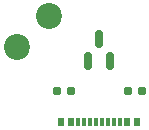
<source format=gtp>
G04 #@! TF.GenerationSoftware,KiCad,Pcbnew,(7.0.0)*
G04 #@! TF.CreationDate,2024-02-07T22:18:46+08:00*
G04 #@! TF.ProjectId,simple charger,73696d70-6c65-4206-9368-61726765722e,rev?*
G04 #@! TF.SameCoordinates,Original*
G04 #@! TF.FileFunction,Paste,Top*
G04 #@! TF.FilePolarity,Positive*
%FSLAX46Y46*%
G04 Gerber Fmt 4.6, Leading zero omitted, Abs format (unit mm)*
G04 Created by KiCad (PCBNEW (7.0.0)) date 2024-02-07 22:18:46*
%MOMM*%
%LPD*%
G01*
G04 APERTURE LIST*
G04 Aperture macros list*
%AMRoundRect*
0 Rectangle with rounded corners*
0 $1 Rounding radius*
0 $2 $3 $4 $5 $6 $7 $8 $9 X,Y pos of 4 corners*
0 Add a 4 corners polygon primitive as box body*
4,1,4,$2,$3,$4,$5,$6,$7,$8,$9,$2,$3,0*
0 Add four circle primitives for the rounded corners*
1,1,$1+$1,$2,$3*
1,1,$1+$1,$4,$5*
1,1,$1+$1,$6,$7*
1,1,$1+$1,$8,$9*
0 Add four rect primitives between the rounded corners*
20,1,$1+$1,$2,$3,$4,$5,0*
20,1,$1+$1,$4,$5,$6,$7,0*
20,1,$1+$1,$6,$7,$8,$9,0*
20,1,$1+$1,$8,$9,$2,$3,0*%
G04 Aperture macros list end*
%ADD10R,0.300000X0.800000*%
%ADD11R,0.540000X0.800000*%
%ADD12C,2.200000*%
%ADD13RoundRect,0.160000X-0.197500X-0.160000X0.197500X-0.160000X0.197500X0.160000X-0.197500X0.160000X0*%
%ADD14RoundRect,0.150000X0.150000X-0.587500X0.150000X0.587500X-0.150000X0.587500X-0.150000X-0.587500X0*%
%ADD15RoundRect,0.160000X0.197500X0.160000X-0.197500X0.160000X-0.197500X-0.160000X0.197500X-0.160000X0*%
G04 APERTURE END LIST*
D10*
X98241999Y-101599999D03*
X99249999Y-101599999D03*
X100749999Y-101599999D03*
X101749999Y-101599999D03*
X101249999Y-101599999D03*
X100249999Y-101599999D03*
X99749999Y-101599999D03*
X98749999Y-101599999D03*
D11*
X97599999Y-101599999D03*
X102399999Y-101599999D03*
X96799999Y-101599999D03*
X103199999Y-101599999D03*
D12*
X95727108Y-92627917D03*
X93006892Y-95264083D03*
D13*
X102402500Y-99000000D03*
X103597500Y-99000000D03*
D14*
X99050000Y-96437500D03*
X100950000Y-96437500D03*
X100000000Y-94562500D03*
D15*
X97597500Y-99000000D03*
X96402500Y-99000000D03*
M02*

</source>
